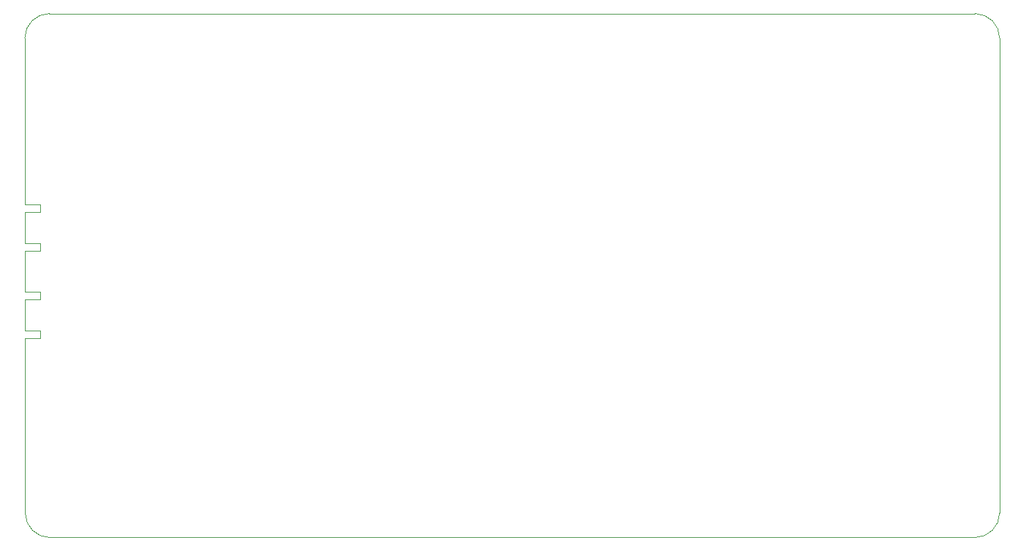
<source format=gm1>
G04*
G04 #@! TF.GenerationSoftware,Altium Limited,Altium Designer,18.1.2 (67)*
G04*
G04 Layer_Color=16711935*
%FSLAX25Y25*%
%MOIN*%
G70*
G01*
G75*
%ADD13C,0.00394*%
D13*
X468504Y240158D02*
G03*
X456693Y251969I-11811J0D01*
G01*
Y0D02*
G03*
X468504Y11811I0J11811D01*
G01*
X0D02*
G03*
X11811Y0I11811J0D01*
G01*
X11633Y251969D02*
G03*
X-178Y240158I0J-11811D01*
G01*
X11500Y251969D02*
X456693D01*
X-159Y172685D02*
Y240158D01*
Y125441D02*
Y137961D01*
X7321Y156622D02*
Y160165D01*
X-159Y156622D02*
X7321D01*
X-159Y160165D02*
X7321D01*
X-159Y149063D02*
Y156622D01*
Y160165D02*
Y172685D01*
X7321Y137961D02*
Y141504D01*
X-159D02*
X7321D01*
X-159D02*
Y149063D01*
Y137961D02*
X7321D01*
X-159Y83441D02*
Y95961D01*
X7321Y114622D02*
Y118165D01*
X-159Y114622D02*
X7321D01*
X-159Y118165D02*
X7321D01*
X-159Y107063D02*
Y114622D01*
Y118165D02*
Y130685D01*
X7321Y95961D02*
Y99504D01*
X-159D02*
X7321D01*
X-159D02*
Y107063D01*
Y95961D02*
X7321D01*
X-159Y86614D02*
X0Y11811D01*
X468504Y11811D02*
Y240158D01*
X11811Y0D02*
X456693D01*
M02*

</source>
